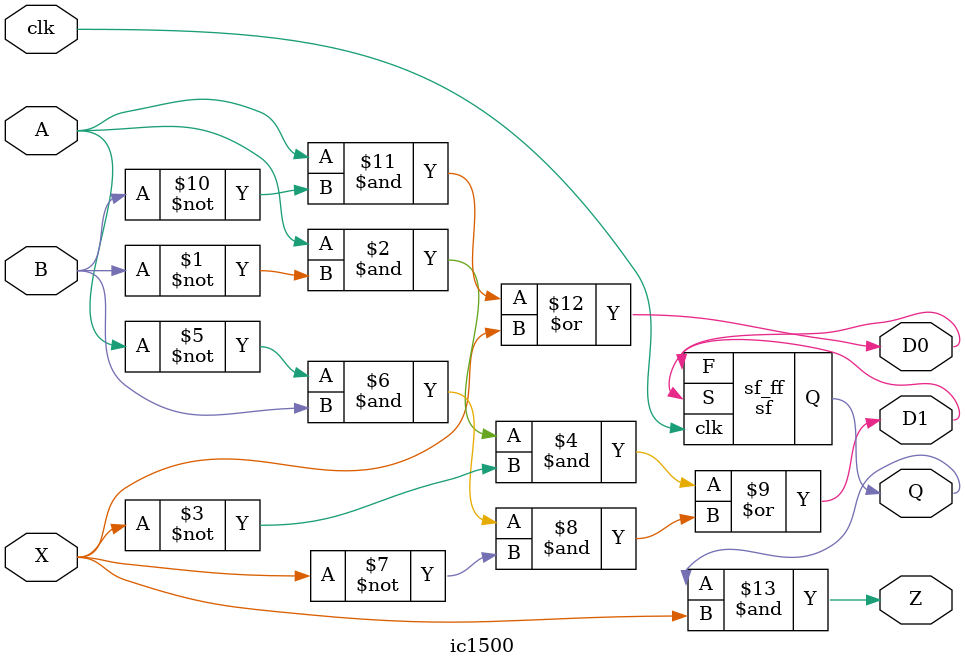
<source format=v>
`timescale 1ns / 1ps

module sf(
    input S,
    input F,
    input clk,
    output reg Q
    );
    
    initial begin
        Q = 0;
    end
	
    // write your code here
    always@(posedge clk)
    begin
        case ({S,F})
          2'b00  : Q <= 0;
          2'b01  : Q <= 1;
          2'b10  : Q <= Q;
          2'b11  : Q <= ~Q;
        endcase
    end
	 
endmodule


module ic1500(
    input B, 
    input A, 
    input X, 
	 input clk,
	 output D0,
	 output D1,
	 output Q,
    output Z
    );
    // write your code here	

   assign D1 = (A&(~B)&(~X)) | ((~A)&B&(~X));

   assign D0 = (A&(~B)) | X;

   sf sf_ff(D1,D0,clk,Q);

   assign Z = Q&X;	 
	
endmodule
</source>
